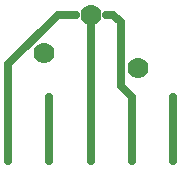
<source format=gbl>
G04 #@! TF.FileFunction,Copper,L2,Bot,Signal*
%FSLAX46Y46*%
G04 Gerber Fmt 4.6, Leading zero omitted, Abs format (unit mm)*
G04 Created by KiCad (PCBNEW 4.0.7) date 04/26/18 14:09:24*
%MOMM*%
%LPD*%
G01*
G04 APERTURE LIST*
%ADD10C,0.100000*%
%ADD11C,1.778000*%
%ADD12C,0.609600*%
%ADD13C,0.635000*%
G04 APERTURE END LIST*
D10*
D11*
X139700000Y-114300000D03*
X135700000Y-117550000D03*
X143700000Y-118800000D03*
D12*
X143200000Y-121300000D03*
X139700000Y-121300000D03*
X132700000Y-121300000D03*
X146700000Y-121300000D03*
X136200000Y-121300000D03*
D13*
X141605000Y-114300000D02*
X140970000Y-114300000D01*
X142240000Y-114935000D02*
X141605000Y-114300000D01*
X142240000Y-120340000D02*
X142240000Y-114935000D01*
X136901234Y-114300000D02*
X138430000Y-114300000D01*
X143200000Y-121300000D02*
X142240000Y-120340000D01*
X136901234Y-114300000D02*
X132700000Y-118501234D01*
X132700000Y-118501234D02*
X132700000Y-121300000D01*
X143200000Y-121300000D02*
X143200000Y-126700000D01*
X139700000Y-121300000D02*
X139700000Y-126700000D01*
X139700000Y-120300000D02*
X139700000Y-121300000D01*
X132700000Y-121300000D02*
X132700000Y-126700000D01*
X139700000Y-114300000D02*
X139700000Y-119100000D01*
X139700000Y-119100000D02*
X139700000Y-120300000D01*
X146700000Y-121300000D02*
X146700000Y-126700000D01*
X136200000Y-121300000D02*
X136200000Y-126700000D01*
M02*

</source>
